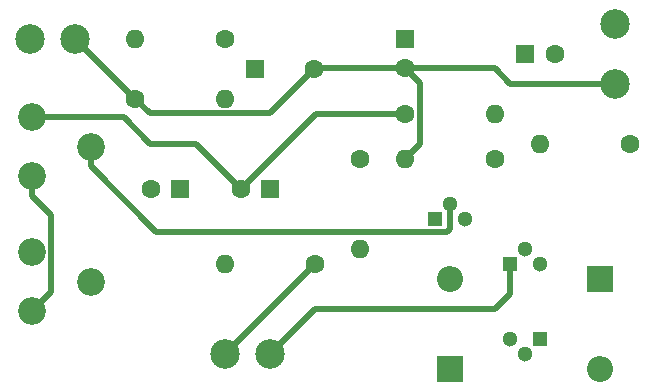
<source format=gbr>
G04 #@! TF.GenerationSoftware,KiCad,Pcbnew,5.1.5+dfsg1-2build2*
G04 #@! TF.CreationDate,2020-05-28T19:54:34-06:00*
G04 #@! TF.ProjectId,JAT 3t amplifier,4a415420-3374-4206-916d-706c69666965,rev?*
G04 #@! TF.SameCoordinates,Original*
G04 #@! TF.FileFunction,Copper,L2,Bot*
G04 #@! TF.FilePolarity,Positive*
%FSLAX46Y46*%
G04 Gerber Fmt 4.6, Leading zero omitted, Abs format (unit mm)*
G04 Created by KiCad (PCBNEW 5.1.5+dfsg1-2build2) date 2020-05-28 19:54:34*
%MOMM*%
%LPD*%
G04 APERTURE LIST*
%ADD10C,2.499360*%
%ADD11C,2.340000*%
%ADD12O,1.600000X1.600000*%
%ADD13C,1.600000*%
%ADD14R,1.600000X1.600000*%
%ADD15R,1.300000X1.300000*%
%ADD16C,1.300000*%
%ADD17O,2.200000X2.200000*%
%ADD18R,2.200000X2.200000*%
%ADD19C,0.500000*%
G04 APERTURE END LIST*
D10*
X704850000Y-967740000D03*
X659130000Y-963930000D03*
X675640000Y-990600000D03*
X671830000Y-990600000D03*
X704850000Y-962660000D03*
X655320000Y-963930000D03*
D11*
X655425302Y-970590000D03*
X660425302Y-973090000D03*
X655425302Y-975590000D03*
D12*
X671830000Y-982980000D03*
D13*
X679450000Y-982980000D03*
X665520000Y-976630000D03*
D14*
X668020000Y-976630000D03*
D12*
X694690000Y-970280000D03*
D13*
X687070000Y-970280000D03*
D12*
X687070000Y-974090000D03*
D13*
X694690000Y-974090000D03*
D11*
X655425302Y-981990000D03*
X660425302Y-984490000D03*
X655425302Y-986990000D03*
D13*
X679370000Y-966470000D03*
D14*
X674370000Y-966470000D03*
D12*
X698500000Y-972820000D03*
D13*
X706120000Y-972820000D03*
D12*
X683260000Y-981710000D03*
D13*
X683260000Y-974090000D03*
D12*
X671830000Y-969010000D03*
D13*
X664210000Y-969010000D03*
D12*
X664210000Y-963930000D03*
D13*
X671830000Y-963930000D03*
D15*
X695960000Y-982980000D03*
D16*
X698500000Y-982980000D03*
X697230000Y-981710000D03*
D15*
X698500000Y-989330000D03*
D16*
X695960000Y-989330000D03*
X697230000Y-990600000D03*
D15*
X689610000Y-979170000D03*
D16*
X692150000Y-979170000D03*
X690880000Y-977900000D03*
D17*
X703580000Y-991870000D03*
D18*
X703580000Y-984250000D03*
D17*
X690880000Y-984250000D03*
D18*
X690880000Y-991870000D03*
D13*
X699730000Y-965200000D03*
D14*
X697230000Y-965200000D03*
D13*
X687070000Y-966430000D03*
D14*
X687070000Y-963930000D03*
D13*
X673140000Y-976630000D03*
D14*
X675640000Y-976630000D03*
D19*
X675579999Y-970260001D02*
X679370000Y-966470000D01*
X665460001Y-970260001D02*
X675579999Y-970260001D01*
X664210000Y-969010000D02*
X665460001Y-970260001D01*
X679410000Y-966430000D02*
X679370000Y-966470000D01*
X687070000Y-966430000D02*
X679410000Y-966430000D01*
X688320001Y-967680001D02*
X687070000Y-966430000D01*
X688320001Y-972839999D02*
X688320001Y-967680001D01*
X687070000Y-974090000D02*
X688320001Y-972839999D01*
X687070000Y-966430000D02*
X694650000Y-966430000D01*
X695960000Y-967740000D02*
X704850000Y-967740000D01*
X694650000Y-966430000D02*
X695960000Y-967740000D01*
X664210000Y-969010000D02*
X659130000Y-963930000D01*
X695960000Y-982980000D02*
X695960000Y-985520000D01*
X695960000Y-985520000D02*
X694690000Y-986790000D01*
X679450000Y-986790000D02*
X675640000Y-990600000D01*
X694690000Y-986790000D02*
X679450000Y-986790000D01*
X655425302Y-970590000D02*
X663250000Y-970590000D01*
X663250000Y-970590000D02*
X665480000Y-972820000D01*
X669330000Y-972820000D02*
X673140000Y-976630000D01*
X665480000Y-972820000D02*
X669330000Y-972820000D01*
X679490000Y-970280000D02*
X673140000Y-976630000D01*
X687070000Y-970280000D02*
X679490000Y-970280000D01*
X679450000Y-982980000D02*
X671830000Y-990600000D01*
X690880000Y-980010002D02*
X690880000Y-977900000D01*
X690620001Y-980270001D02*
X690880000Y-980010002D01*
X660425302Y-974744629D02*
X665950674Y-980270001D01*
X660425302Y-973090000D02*
X660425302Y-974744629D01*
X665950674Y-980270001D02*
X690620001Y-980270001D01*
X657045303Y-985369999D02*
X655425302Y-986990000D01*
X657045303Y-978864630D02*
X657045303Y-985369999D01*
X655425302Y-977244629D02*
X657045303Y-978864630D01*
X655425302Y-975590000D02*
X655425302Y-977244629D01*
M02*

</source>
